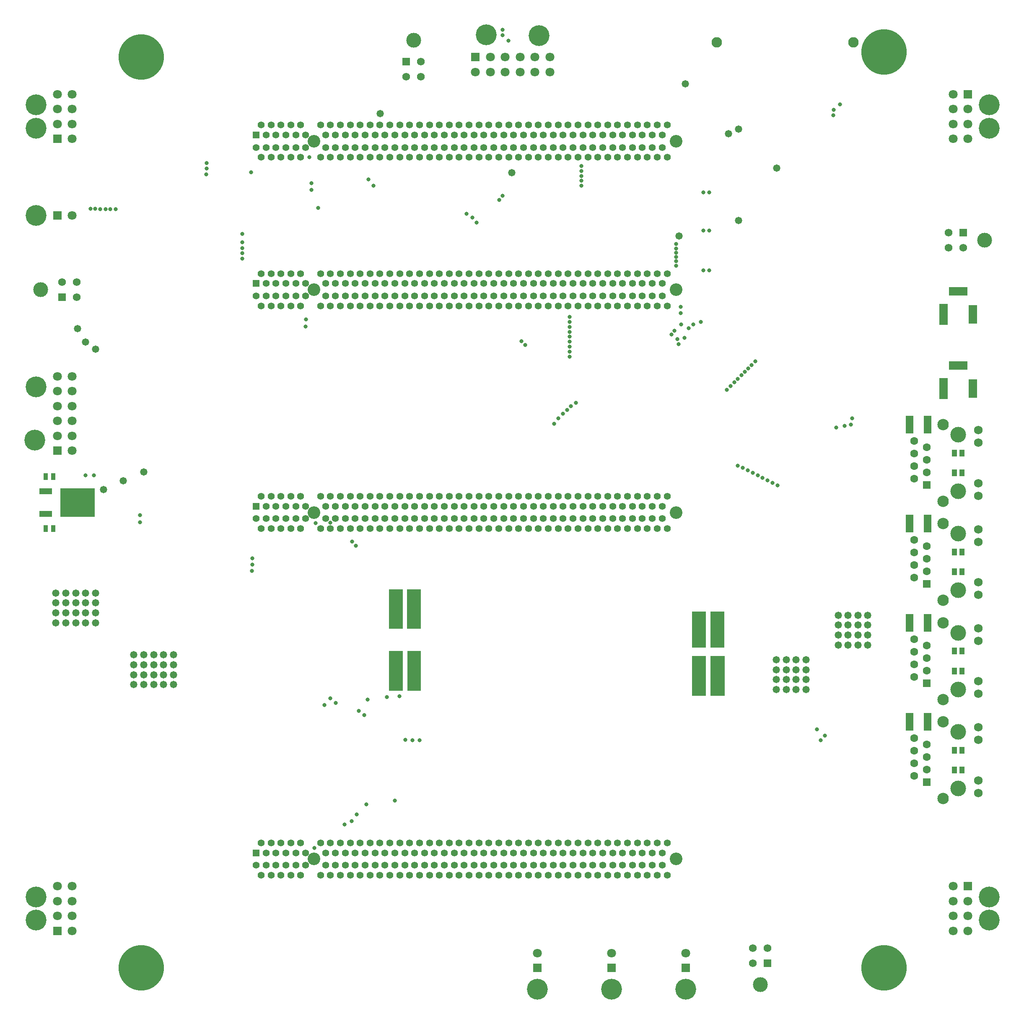
<source format=gbs>
G04*
G04 #@! TF.GenerationSoftware,Altium Limited,Altium Designer,21.3.2 (30)*
G04*
G04 Layer_Color=16711935*
%FSLAX25Y25*%
%MOIN*%
G70*
G04*
G04 #@! TF.SameCoordinates,467638F3-B4FA-417D-9A7E-59FD0AE83611*
G04*
G04*
G04 #@! TF.FilePolarity,Negative*
G04*
G01*
G75*
%ADD17C,0.05556*%
%ADD18C,0.10052*%
%ADD19R,0.05556X0.05556*%
%ADD20C,0.08280*%
%ADD21C,0.16548*%
%ADD22C,0.07099*%
%ADD23R,0.07099X0.07099*%
%ADD24C,0.06181*%
%ADD25R,0.06181X0.06181*%
%ADD26C,0.11811*%
%ADD27R,0.06181X0.06181*%
%ADD28R,0.14580X0.06706*%
%ADD29R,0.06706X0.14580*%
%ADD30R,0.06706X0.16548*%
%ADD31R,0.07099X0.07099*%
%ADD32C,0.12414*%
%ADD33C,0.09068*%
%ADD34C,0.06312*%
%ADD35R,0.06312X0.06312*%
%ADD36C,0.06902*%
%ADD37C,0.03300*%
%ADD38C,0.05800*%
%ADD39C,0.36233*%
%ADD64R,0.03740X0.05315*%
%ADD68R,0.03950X0.05721*%
%ADD69R,0.06312X0.14186*%
%ADD70R,0.27572X0.22650*%
%ADD71R,0.10249X0.04737*%
G36*
X306496Y251969D02*
X295276D01*
Y283465D01*
X306496D01*
Y251969D01*
D02*
G37*
G36*
X320866D02*
X310039D01*
Y283465D01*
X320866D01*
Y251969D01*
D02*
G37*
G36*
Y301181D02*
X309842D01*
Y332677D01*
X320866D01*
Y301181D01*
D02*
G37*
G36*
X306299D02*
X295276D01*
Y332677D01*
X306299D01*
Y301181D01*
D02*
G37*
G36*
X562205Y248031D02*
X550984D01*
Y279528D01*
X562205D01*
Y248031D01*
D02*
G37*
G36*
X547441D02*
X536221D01*
Y279528D01*
X547441D01*
Y248031D01*
D02*
G37*
G36*
X562008Y286417D02*
X550984D01*
Y314961D01*
X562008D01*
Y286417D01*
D02*
G37*
G36*
X547441D02*
X536417D01*
Y314961D01*
X547441D01*
Y286417D01*
D02*
G37*
D17*
X516535Y558071D02*
D03*
Y583661D02*
D03*
X512598Y565945D02*
D03*
Y575787D02*
D03*
X508661Y558071D02*
D03*
X504724Y565945D02*
D03*
X508661Y583661D02*
D03*
X504724Y575787D02*
D03*
X500787Y558071D02*
D03*
X496850Y565945D02*
D03*
X500787Y583661D02*
D03*
X496850Y575787D02*
D03*
X492913Y558071D02*
D03*
X488976Y565945D02*
D03*
X492913Y583661D02*
D03*
X488976Y575787D02*
D03*
X485039Y558071D02*
D03*
X481102Y565945D02*
D03*
X485039Y583661D02*
D03*
X481102Y575787D02*
D03*
X477165Y558071D02*
D03*
Y583661D02*
D03*
X473228Y565945D02*
D03*
Y575787D02*
D03*
X469291Y558071D02*
D03*
X465354Y565945D02*
D03*
X469291Y583661D02*
D03*
X465354Y575787D02*
D03*
X461417Y558071D02*
D03*
X457480Y565945D02*
D03*
X461417Y583661D02*
D03*
X457480Y575787D02*
D03*
X453543Y558071D02*
D03*
X449606Y565945D02*
D03*
X453543Y583661D02*
D03*
X449606Y575787D02*
D03*
X445669Y558071D02*
D03*
X441732Y565945D02*
D03*
X445669Y583661D02*
D03*
X441732Y575787D02*
D03*
X437795Y558071D02*
D03*
Y583661D02*
D03*
X433858Y565945D02*
D03*
Y575787D02*
D03*
X429921Y558071D02*
D03*
X425984Y565945D02*
D03*
X429921Y583661D02*
D03*
X425984Y575787D02*
D03*
X422047Y558071D02*
D03*
X418110Y565945D02*
D03*
X422047Y583661D02*
D03*
X418110Y575787D02*
D03*
X414173Y558071D02*
D03*
X410236Y565945D02*
D03*
X414173Y583661D02*
D03*
X410236Y575787D02*
D03*
X406299Y558071D02*
D03*
X402362Y565945D02*
D03*
X406299Y583661D02*
D03*
X402362Y575787D02*
D03*
X398425Y558071D02*
D03*
Y583661D02*
D03*
X394488Y565945D02*
D03*
Y575787D02*
D03*
X390551Y558071D02*
D03*
X386614Y565945D02*
D03*
X390551Y583661D02*
D03*
X386614Y575787D02*
D03*
X382677Y558071D02*
D03*
X378740Y565945D02*
D03*
Y575787D02*
D03*
X374803Y558071D02*
D03*
X370866Y565945D02*
D03*
X374803Y583661D02*
D03*
X370866Y575787D02*
D03*
X366929Y558071D02*
D03*
X362992Y565945D02*
D03*
X366929Y583661D02*
D03*
X362992Y575787D02*
D03*
X359055Y558071D02*
D03*
Y583661D02*
D03*
X355118Y565945D02*
D03*
Y575787D02*
D03*
X351181Y558071D02*
D03*
X347244Y565945D02*
D03*
X351181Y583661D02*
D03*
X347244Y575787D02*
D03*
X343307Y558071D02*
D03*
X339370Y565945D02*
D03*
X343307Y583661D02*
D03*
X339370Y575787D02*
D03*
X335433Y558071D02*
D03*
X331496Y565945D02*
D03*
X335433Y583661D02*
D03*
X331496Y575787D02*
D03*
X327559Y558071D02*
D03*
X323622Y565945D02*
D03*
X327559Y583661D02*
D03*
X323622Y575787D02*
D03*
X319685Y558071D02*
D03*
Y583661D02*
D03*
X315748Y565945D02*
D03*
Y575787D02*
D03*
X311811Y558071D02*
D03*
X307874Y565945D02*
D03*
X311811Y583661D02*
D03*
X307874Y575787D02*
D03*
X303937Y558071D02*
D03*
X300000Y565945D02*
D03*
X303937Y583661D02*
D03*
X300000Y575787D02*
D03*
X296063Y558071D02*
D03*
X292126Y565945D02*
D03*
X296063Y583661D02*
D03*
X292126Y575787D02*
D03*
X288189Y558071D02*
D03*
X284252Y565945D02*
D03*
X288189Y583661D02*
D03*
X284252Y575787D02*
D03*
X280315Y558071D02*
D03*
Y583661D02*
D03*
X276378Y565945D02*
D03*
Y575787D02*
D03*
X272441Y558071D02*
D03*
X268504Y565945D02*
D03*
X272441Y583661D02*
D03*
X268504Y575787D02*
D03*
X264567Y558071D02*
D03*
X260630Y565945D02*
D03*
X264567Y583661D02*
D03*
X260630Y575787D02*
D03*
X256693Y558071D02*
D03*
X252756Y565945D02*
D03*
X256693Y583661D02*
D03*
X252756Y575787D02*
D03*
X248819Y558071D02*
D03*
X244882Y565945D02*
D03*
X248819Y583661D02*
D03*
X244882Y575787D02*
D03*
X240945Y558071D02*
D03*
Y583661D02*
D03*
X229134Y565945D02*
D03*
Y575787D02*
D03*
X225197Y558071D02*
D03*
X221260Y565945D02*
D03*
X225197Y583661D02*
D03*
X221260Y575787D02*
D03*
X217323Y558071D02*
D03*
X213386Y565945D02*
D03*
X217323Y583661D02*
D03*
X213386Y575787D02*
D03*
X209449Y558071D02*
D03*
X205512Y565945D02*
D03*
X209449Y583661D02*
D03*
X205512Y575787D02*
D03*
X201575Y558071D02*
D03*
X197638Y565945D02*
D03*
X201575Y583661D02*
D03*
X197638Y575787D02*
D03*
X193701Y558071D02*
D03*
X189764Y565945D02*
D03*
X193701Y583661D02*
D03*
X382677D02*
D03*
X516535Y105315D02*
D03*
Y130905D02*
D03*
X512598Y113189D02*
D03*
Y123031D02*
D03*
X508661Y105315D02*
D03*
X504724Y113189D02*
D03*
X508661Y130905D02*
D03*
X504724Y123031D02*
D03*
X500787Y105315D02*
D03*
X496850Y113189D02*
D03*
X500787Y130905D02*
D03*
X496850Y123031D02*
D03*
X492913Y105315D02*
D03*
X488976Y113189D02*
D03*
X492913Y130905D02*
D03*
X488976Y123031D02*
D03*
X485039Y105315D02*
D03*
X481102Y113189D02*
D03*
X485039Y130905D02*
D03*
X481102Y123031D02*
D03*
X477165Y105315D02*
D03*
Y130905D02*
D03*
X473228Y113189D02*
D03*
Y123031D02*
D03*
X469291Y105315D02*
D03*
X465354Y113189D02*
D03*
X469291Y130905D02*
D03*
X465354Y123031D02*
D03*
X461417Y105315D02*
D03*
X457480Y113189D02*
D03*
X461417Y130905D02*
D03*
X457480Y123031D02*
D03*
X453543Y105315D02*
D03*
X449606Y113189D02*
D03*
X453543Y130905D02*
D03*
X449606Y123031D02*
D03*
X445669Y105315D02*
D03*
X441732Y113189D02*
D03*
X445669Y130905D02*
D03*
X441732Y123031D02*
D03*
X437795Y105315D02*
D03*
Y130905D02*
D03*
X433858Y113189D02*
D03*
Y123031D02*
D03*
X429921Y105315D02*
D03*
X425984Y113189D02*
D03*
X429921Y130905D02*
D03*
X425984Y123031D02*
D03*
X422047Y105315D02*
D03*
X418110Y113189D02*
D03*
X422047Y130905D02*
D03*
X418110Y123031D02*
D03*
X414173Y105315D02*
D03*
X410236Y113189D02*
D03*
X414173Y130905D02*
D03*
X410236Y123031D02*
D03*
X406299Y105315D02*
D03*
X402362Y113189D02*
D03*
X406299Y130905D02*
D03*
X402362Y123031D02*
D03*
X398425Y105315D02*
D03*
Y130905D02*
D03*
X394488Y113189D02*
D03*
Y123031D02*
D03*
X390551Y105315D02*
D03*
X386614Y113189D02*
D03*
X390551Y130905D02*
D03*
X386614Y123031D02*
D03*
X382677Y105315D02*
D03*
X378740Y113189D02*
D03*
Y123031D02*
D03*
X374803Y105315D02*
D03*
X370866Y113189D02*
D03*
X374803Y130905D02*
D03*
X370866Y123031D02*
D03*
X366929Y105315D02*
D03*
X362992Y113189D02*
D03*
X366929Y130905D02*
D03*
X362992Y123031D02*
D03*
X359055Y105315D02*
D03*
Y130905D02*
D03*
X355118Y113189D02*
D03*
Y123031D02*
D03*
X351181Y105315D02*
D03*
X347244Y113189D02*
D03*
X351181Y130905D02*
D03*
X347244Y123031D02*
D03*
X343307Y105315D02*
D03*
X339370Y113189D02*
D03*
X343307Y130905D02*
D03*
X339370Y123031D02*
D03*
X335433Y105315D02*
D03*
X331496Y113189D02*
D03*
X335433Y130905D02*
D03*
X331496Y123031D02*
D03*
X327559Y105315D02*
D03*
X323622Y113189D02*
D03*
X327559Y130905D02*
D03*
X323622Y123031D02*
D03*
X319685Y105315D02*
D03*
Y130905D02*
D03*
X315748Y113189D02*
D03*
Y123031D02*
D03*
X311811Y105315D02*
D03*
X307874Y113189D02*
D03*
X311811Y130905D02*
D03*
X307874Y123031D02*
D03*
X303937Y105315D02*
D03*
X300000Y113189D02*
D03*
X303937Y130905D02*
D03*
X300000Y123031D02*
D03*
X296063Y105315D02*
D03*
X292126Y113189D02*
D03*
X296063Y130905D02*
D03*
X292126Y123031D02*
D03*
X288189Y105315D02*
D03*
X284252Y113189D02*
D03*
X288189Y130905D02*
D03*
X284252Y123031D02*
D03*
X280315Y105315D02*
D03*
Y130905D02*
D03*
X276378Y113189D02*
D03*
Y123031D02*
D03*
X272441Y105315D02*
D03*
X268504Y113189D02*
D03*
X272441Y130905D02*
D03*
X268504Y123031D02*
D03*
X264567Y105315D02*
D03*
X260630Y113189D02*
D03*
X264567Y130905D02*
D03*
X260630Y123031D02*
D03*
X256693Y105315D02*
D03*
X252756Y113189D02*
D03*
X256693Y130905D02*
D03*
X252756Y123031D02*
D03*
X248819Y105315D02*
D03*
X244882Y113189D02*
D03*
X248819Y130905D02*
D03*
X244882Y123031D02*
D03*
X240945Y105315D02*
D03*
Y130905D02*
D03*
X229134Y113189D02*
D03*
Y123031D02*
D03*
X225197Y105315D02*
D03*
X221260Y113189D02*
D03*
X225197Y130905D02*
D03*
X221260Y123031D02*
D03*
X217323Y105315D02*
D03*
X213386Y113189D02*
D03*
X217323Y130905D02*
D03*
X213386Y123031D02*
D03*
X209449Y105315D02*
D03*
X205512Y113189D02*
D03*
X209449Y130905D02*
D03*
X205512Y123031D02*
D03*
X201575Y105315D02*
D03*
X197638Y113189D02*
D03*
X201575Y130905D02*
D03*
X197638Y123031D02*
D03*
X193701Y105315D02*
D03*
X189764Y113189D02*
D03*
X193701Y130905D02*
D03*
X382677D02*
D03*
X516535Y676181D02*
D03*
Y701772D02*
D03*
X512598Y684055D02*
D03*
Y693898D02*
D03*
X508661Y676181D02*
D03*
X504724Y684055D02*
D03*
X508661Y701772D02*
D03*
X504724Y693898D02*
D03*
X500787Y676181D02*
D03*
X496850Y684055D02*
D03*
X500787Y701772D02*
D03*
X496850Y693898D02*
D03*
X492913Y676181D02*
D03*
X488976Y684055D02*
D03*
X492913Y701772D02*
D03*
X488976Y693898D02*
D03*
X485039Y676181D02*
D03*
X481102Y684055D02*
D03*
X485039Y701772D02*
D03*
X481102Y693898D02*
D03*
X477165Y676181D02*
D03*
Y701772D02*
D03*
X473228Y684055D02*
D03*
Y693898D02*
D03*
X469291Y676181D02*
D03*
X465354Y684055D02*
D03*
X469291Y701772D02*
D03*
X465354Y693898D02*
D03*
X461417Y676181D02*
D03*
X457480Y684055D02*
D03*
X461417Y701772D02*
D03*
X457480Y693898D02*
D03*
X453543Y676181D02*
D03*
X449606Y684055D02*
D03*
X453543Y701772D02*
D03*
X449606Y693898D02*
D03*
X445669Y676181D02*
D03*
X441732Y684055D02*
D03*
X445669Y701772D02*
D03*
X441732Y693898D02*
D03*
X437795Y676181D02*
D03*
Y701772D02*
D03*
X433858Y684055D02*
D03*
Y693898D02*
D03*
X429921Y676181D02*
D03*
X425984Y684055D02*
D03*
X429921Y701772D02*
D03*
X425984Y693898D02*
D03*
X422047Y676181D02*
D03*
X418110Y684055D02*
D03*
X422047Y701772D02*
D03*
X418110Y693898D02*
D03*
X414173Y676181D02*
D03*
X410236Y684055D02*
D03*
X414173Y701772D02*
D03*
X410236Y693898D02*
D03*
X406299Y676181D02*
D03*
X402362Y684055D02*
D03*
X406299Y701772D02*
D03*
X402362Y693898D02*
D03*
X398425Y676181D02*
D03*
Y701772D02*
D03*
X394488Y684055D02*
D03*
Y693898D02*
D03*
X390551Y676181D02*
D03*
X386614Y684055D02*
D03*
X390551Y701772D02*
D03*
X386614Y693898D02*
D03*
X382677Y676181D02*
D03*
X378740Y684055D02*
D03*
Y693898D02*
D03*
X374803Y676181D02*
D03*
X370866Y684055D02*
D03*
X374803Y701772D02*
D03*
X370866Y693898D02*
D03*
X366929Y676181D02*
D03*
X362992Y684055D02*
D03*
X366929Y701772D02*
D03*
X362992Y693898D02*
D03*
X359055Y676181D02*
D03*
Y701772D02*
D03*
X355118Y684055D02*
D03*
Y693898D02*
D03*
X351181Y676181D02*
D03*
X347244Y684055D02*
D03*
X351181Y701772D02*
D03*
X347244Y693898D02*
D03*
X343307Y676181D02*
D03*
X339370Y684055D02*
D03*
X343307Y701772D02*
D03*
X339370Y693898D02*
D03*
X335433Y676181D02*
D03*
X331496Y684055D02*
D03*
X335433Y701772D02*
D03*
X331496Y693898D02*
D03*
X327559Y676181D02*
D03*
X323622Y684055D02*
D03*
X327559Y701772D02*
D03*
X323622Y693898D02*
D03*
X319685Y676181D02*
D03*
Y701772D02*
D03*
X315748Y684055D02*
D03*
Y693898D02*
D03*
X311811Y676181D02*
D03*
X307874Y684055D02*
D03*
X311811Y701772D02*
D03*
X307874Y693898D02*
D03*
X303937Y676181D02*
D03*
X300000Y684055D02*
D03*
X303937Y701772D02*
D03*
X300000Y693898D02*
D03*
X296063Y676181D02*
D03*
X292126Y684055D02*
D03*
X296063Y701772D02*
D03*
X292126Y693898D02*
D03*
X288189Y676181D02*
D03*
X284252Y684055D02*
D03*
X288189Y701772D02*
D03*
X284252Y693898D02*
D03*
X280315Y676181D02*
D03*
Y701772D02*
D03*
X276378Y684055D02*
D03*
Y693898D02*
D03*
X272441Y676181D02*
D03*
X268504Y684055D02*
D03*
X272441Y701772D02*
D03*
X268504Y693898D02*
D03*
X264567Y676181D02*
D03*
X260630Y684055D02*
D03*
X264567Y701772D02*
D03*
X260630Y693898D02*
D03*
X256693Y676181D02*
D03*
X252756Y684055D02*
D03*
X256693Y701772D02*
D03*
X252756Y693898D02*
D03*
X248819Y676181D02*
D03*
X244882Y684055D02*
D03*
X248819Y701772D02*
D03*
X244882Y693898D02*
D03*
X240945Y676181D02*
D03*
Y701772D02*
D03*
X229134Y684055D02*
D03*
Y693898D02*
D03*
X225197Y676181D02*
D03*
X221260Y684055D02*
D03*
X225197Y701772D02*
D03*
X221260Y693898D02*
D03*
X217323Y676181D02*
D03*
X213386Y684055D02*
D03*
X217323Y701772D02*
D03*
X213386Y693898D02*
D03*
X209449Y676181D02*
D03*
X205512Y684055D02*
D03*
X209449Y701772D02*
D03*
X205512Y693898D02*
D03*
X201575Y676181D02*
D03*
X197638Y684055D02*
D03*
X201575Y701772D02*
D03*
X197638Y693898D02*
D03*
X193701Y676181D02*
D03*
X189764Y684055D02*
D03*
X193701Y701772D02*
D03*
X382677D02*
D03*
X516535Y380906D02*
D03*
Y406496D02*
D03*
X512598Y388779D02*
D03*
Y398622D02*
D03*
X508661Y380906D02*
D03*
X504724Y388779D02*
D03*
X508661Y406496D02*
D03*
X504724Y398622D02*
D03*
X500787Y380906D02*
D03*
X496850Y388779D02*
D03*
X500787Y406496D02*
D03*
X496850Y398622D02*
D03*
X492913Y380906D02*
D03*
X488976Y388779D02*
D03*
X492913Y406496D02*
D03*
X488976Y398622D02*
D03*
X485039Y380906D02*
D03*
X481102Y388779D02*
D03*
X485039Y406496D02*
D03*
X481102Y398622D02*
D03*
X477165Y380906D02*
D03*
Y406496D02*
D03*
X473228Y388779D02*
D03*
Y398622D02*
D03*
X469291Y380906D02*
D03*
X465354Y388779D02*
D03*
X469291Y406496D02*
D03*
X465354Y398622D02*
D03*
X461417Y380906D02*
D03*
X457480Y388779D02*
D03*
X461417Y406496D02*
D03*
X457480Y398622D02*
D03*
X453543Y380906D02*
D03*
X449606Y388779D02*
D03*
X453543Y406496D02*
D03*
X449606Y398622D02*
D03*
X445669Y380906D02*
D03*
X441732Y388779D02*
D03*
X445669Y406496D02*
D03*
X441732Y398622D02*
D03*
X437795Y380906D02*
D03*
Y406496D02*
D03*
X433858Y388779D02*
D03*
Y398622D02*
D03*
X429921Y380906D02*
D03*
X425984Y388779D02*
D03*
X429921Y406496D02*
D03*
X425984Y398622D02*
D03*
X422047Y380906D02*
D03*
X418110Y388779D02*
D03*
X422047Y406496D02*
D03*
X418110Y398622D02*
D03*
X414173Y380906D02*
D03*
X410236Y388779D02*
D03*
X414173Y406496D02*
D03*
X410236Y398622D02*
D03*
X406299Y380906D02*
D03*
X402362Y388779D02*
D03*
X406299Y406496D02*
D03*
X402362Y398622D02*
D03*
X398425Y380906D02*
D03*
Y406496D02*
D03*
X394488Y388779D02*
D03*
Y398622D02*
D03*
X390551Y380906D02*
D03*
X386614Y388779D02*
D03*
X390551Y406496D02*
D03*
X386614Y398622D02*
D03*
X382677Y380906D02*
D03*
X378740Y388779D02*
D03*
Y398622D02*
D03*
X374803Y380906D02*
D03*
X370866Y388779D02*
D03*
X374803Y406496D02*
D03*
X370866Y398622D02*
D03*
X366929Y380906D02*
D03*
X362992Y388779D02*
D03*
X366929Y406496D02*
D03*
X362992Y398622D02*
D03*
X359055Y380906D02*
D03*
Y406496D02*
D03*
X355118Y388779D02*
D03*
Y398622D02*
D03*
X351181Y380906D02*
D03*
X347244Y388779D02*
D03*
X351181Y406496D02*
D03*
X347244Y398622D02*
D03*
X343307Y380906D02*
D03*
X339370Y388779D02*
D03*
X343307Y406496D02*
D03*
X339370Y398622D02*
D03*
X335433Y380906D02*
D03*
X331496Y388779D02*
D03*
X335433Y406496D02*
D03*
X331496Y398622D02*
D03*
X327559Y380906D02*
D03*
X323622Y388779D02*
D03*
X327559Y406496D02*
D03*
X323622Y398622D02*
D03*
X319685Y380906D02*
D03*
Y406496D02*
D03*
X315748Y388779D02*
D03*
Y398622D02*
D03*
X311811Y380906D02*
D03*
X307874Y388779D02*
D03*
X311811Y406496D02*
D03*
X307874Y398622D02*
D03*
X303937Y380906D02*
D03*
X300000Y388779D02*
D03*
X303937Y406496D02*
D03*
X300000Y398622D02*
D03*
X296063Y380906D02*
D03*
X292126Y388779D02*
D03*
X296063Y406496D02*
D03*
X292126Y398622D02*
D03*
X288189Y380906D02*
D03*
X284252Y388779D02*
D03*
X288189Y406496D02*
D03*
X284252Y398622D02*
D03*
X280315Y380906D02*
D03*
Y406496D02*
D03*
X276378Y388779D02*
D03*
Y398622D02*
D03*
X272441Y380906D02*
D03*
X268504Y388779D02*
D03*
X272441Y406496D02*
D03*
X268504Y398622D02*
D03*
X264567Y380906D02*
D03*
X260630Y388779D02*
D03*
X264567Y406496D02*
D03*
X260630Y398622D02*
D03*
X256693Y380906D02*
D03*
X252756Y388779D02*
D03*
X256693Y406496D02*
D03*
X252756Y398622D02*
D03*
X248819Y380906D02*
D03*
X244882Y388779D02*
D03*
X248819Y406496D02*
D03*
X244882Y398622D02*
D03*
X240945Y380906D02*
D03*
Y406496D02*
D03*
X229134Y388779D02*
D03*
Y398622D02*
D03*
X225197Y380906D02*
D03*
X221260Y388779D02*
D03*
X225197Y406496D02*
D03*
X221260Y398622D02*
D03*
X217323Y380906D02*
D03*
X213386Y388779D02*
D03*
X217323Y406496D02*
D03*
X213386Y398622D02*
D03*
X209449Y380906D02*
D03*
X205512Y388779D02*
D03*
X209449Y406496D02*
D03*
X205512Y398622D02*
D03*
X201575Y380906D02*
D03*
X197638Y388779D02*
D03*
X201575Y406496D02*
D03*
X197638Y398622D02*
D03*
X193701Y380906D02*
D03*
X189764Y388779D02*
D03*
X193701Y406496D02*
D03*
X382677D02*
D03*
D18*
X523622Y570866D02*
D03*
X235630D02*
D03*
X523622Y118110D02*
D03*
X235630D02*
D03*
X523622Y688976D02*
D03*
X235630D02*
D03*
X523622Y393701D02*
D03*
X235630D02*
D03*
D19*
X189764Y575787D02*
D03*
Y123031D02*
D03*
Y693898D02*
D03*
Y398622D02*
D03*
D20*
X555905Y767717D02*
D03*
X664567D02*
D03*
D21*
X414764Y772795D02*
D03*
X372638Y773701D02*
D03*
X472441Y14606D02*
D03*
X413386D02*
D03*
X531496D02*
D03*
X14606Y629921D02*
D03*
X772795Y717913D02*
D03*
Y699409D02*
D03*
X14606D02*
D03*
Y717913D02*
D03*
Y493504D02*
D03*
X13701Y451378D02*
D03*
X772795Y87992D02*
D03*
Y69488D02*
D03*
X14606D02*
D03*
Y87992D02*
D03*
D22*
X375984Y743976D02*
D03*
Y755787D02*
D03*
X364173Y743976D02*
D03*
X423228D02*
D03*
Y755787D02*
D03*
X411417Y743976D02*
D03*
X399606D02*
D03*
X387795D02*
D03*
X411417Y755787D02*
D03*
X399606D02*
D03*
X387795D02*
D03*
X472441Y43425D02*
D03*
X413386D02*
D03*
X531496D02*
D03*
X43425Y629921D02*
D03*
X755787Y714567D02*
D03*
Y702756D02*
D03*
Y690945D02*
D03*
X743976Y726378D02*
D03*
Y714567D02*
D03*
Y702756D02*
D03*
Y690945D02*
D03*
X31614Y702756D02*
D03*
Y714567D02*
D03*
Y726378D02*
D03*
X43425Y690945D02*
D03*
Y702756D02*
D03*
Y714567D02*
D03*
Y726378D02*
D03*
Y454724D02*
D03*
X31614D02*
D03*
X43425Y442913D02*
D03*
Y501968D02*
D03*
X31614D02*
D03*
X43425Y490158D02*
D03*
Y478346D02*
D03*
Y466535D02*
D03*
X31614Y490158D02*
D03*
Y478346D02*
D03*
Y466535D02*
D03*
X755787Y84646D02*
D03*
Y72835D02*
D03*
Y61024D02*
D03*
X743976Y96457D02*
D03*
Y84646D02*
D03*
Y72835D02*
D03*
Y61024D02*
D03*
X31614Y72835D02*
D03*
Y84646D02*
D03*
Y96457D02*
D03*
X43425Y61024D02*
D03*
Y72835D02*
D03*
Y84646D02*
D03*
Y96457D02*
D03*
D23*
X364173Y755787D02*
D03*
X472441Y31614D02*
D03*
X413386D02*
D03*
X531496D02*
D03*
D24*
X584646Y47106D02*
D03*
X596457D02*
D03*
X584646Y35295D02*
D03*
X47106Y576772D02*
D03*
Y564961D02*
D03*
X35295Y576772D02*
D03*
X740295Y604331D02*
D03*
Y616142D02*
D03*
X752106Y604331D02*
D03*
X320866Y740295D02*
D03*
X309055D02*
D03*
X320866Y752106D02*
D03*
D25*
X596457Y35295D02*
D03*
X309055Y752106D02*
D03*
D26*
X590551Y18287D02*
D03*
X18287Y570866D02*
D03*
X769114Y610236D02*
D03*
X314961Y769114D02*
D03*
D27*
X35295Y564961D02*
D03*
X752106Y616142D02*
D03*
D28*
X748032Y569685D02*
D03*
X748032Y510630D02*
D03*
D29*
X759843Y551181D02*
D03*
X759842Y492126D02*
D03*
D30*
X736221Y551181D02*
D03*
X736221Y492126D02*
D03*
D31*
X31614Y629921D02*
D03*
X755787Y726378D02*
D03*
X31614Y690945D02*
D03*
Y442913D02*
D03*
X755787Y96457D02*
D03*
X31614Y61024D02*
D03*
D32*
X748031Y298091D02*
D03*
Y253091D02*
D03*
X748032Y455571D02*
D03*
Y410571D02*
D03*
X748031Y219350D02*
D03*
Y174350D02*
D03*
X748032Y376831D02*
D03*
Y331831D02*
D03*
D33*
X736024Y245098D02*
D03*
Y306083D02*
D03*
X736024Y402579D02*
D03*
Y463563D02*
D03*
X736024Y166358D02*
D03*
Y227343D02*
D03*
X736024Y323839D02*
D03*
Y384823D02*
D03*
D34*
X713031Y263090D02*
D03*
Y273091D02*
D03*
Y283090D02*
D03*
Y293091D02*
D03*
X723031Y288090D02*
D03*
Y278091D02*
D03*
Y268091D02*
D03*
X713031Y420571D02*
D03*
Y430571D02*
D03*
Y440571D02*
D03*
Y450571D02*
D03*
X723032Y445571D02*
D03*
Y435571D02*
D03*
Y425571D02*
D03*
X713031Y184350D02*
D03*
Y194350D02*
D03*
Y204350D02*
D03*
Y214350D02*
D03*
X723031Y209350D02*
D03*
Y199350D02*
D03*
Y189350D02*
D03*
X713031Y341831D02*
D03*
Y351831D02*
D03*
Y361831D02*
D03*
Y371831D02*
D03*
X723032Y366831D02*
D03*
Y356831D02*
D03*
Y346831D02*
D03*
D35*
X723031Y258090D02*
D03*
X723032Y415571D02*
D03*
X723031Y179350D02*
D03*
X723032Y336831D02*
D03*
D36*
X764016Y259508D02*
D03*
Y249508D02*
D03*
Y301673D02*
D03*
Y291673D02*
D03*
X764016Y416988D02*
D03*
Y406988D02*
D03*
Y459154D02*
D03*
Y449154D02*
D03*
X764016Y180768D02*
D03*
Y170768D02*
D03*
Y222933D02*
D03*
Y212933D02*
D03*
X764016Y338248D02*
D03*
Y328248D02*
D03*
Y380413D02*
D03*
Y370413D02*
D03*
D37*
X520079Y535236D02*
D03*
X533661Y540158D02*
D03*
X543430Y545201D02*
D03*
X278346Y244882D02*
D03*
X265551Y148228D02*
D03*
X236024Y126969D02*
D03*
X390354Y768898D02*
D03*
X283071Y653740D02*
D03*
X278937Y658465D02*
D03*
X239173Y635827D02*
D03*
X185827Y664370D02*
D03*
X237008Y385433D02*
D03*
X248819Y385630D02*
D03*
X269094Y367126D02*
D03*
X228937Y541732D02*
D03*
X400787Y529943D02*
D03*
X653937Y718110D02*
D03*
X662598Y463583D02*
D03*
X233858Y650197D02*
D03*
X448228Y661417D02*
D03*
X530512Y532480D02*
D03*
X524606Y531496D02*
D03*
X525591Y527559D02*
D03*
X522244Y538189D02*
D03*
X586614Y513779D02*
D03*
X583661Y511024D02*
D03*
X581102Y508268D02*
D03*
X578346Y505709D02*
D03*
X575591Y502953D02*
D03*
X572835Y500000D02*
D03*
X570079Y497244D02*
D03*
X567126Y494291D02*
D03*
X563976Y491142D02*
D03*
X243898Y240748D02*
D03*
X572835Y431102D02*
D03*
X576772Y429134D02*
D03*
X580709Y427165D02*
D03*
X584646Y425197D02*
D03*
X588583Y423228D02*
D03*
X592520Y421260D02*
D03*
X596457Y419291D02*
D03*
X604331Y415354D02*
D03*
X600394Y417323D02*
D03*
X537402Y543307D02*
D03*
X527559D02*
D03*
X438976Y541339D02*
D03*
Y545276D02*
D03*
Y549213D02*
D03*
Y537402D02*
D03*
Y533465D02*
D03*
Y529528D02*
D03*
Y525591D02*
D03*
Y521654D02*
D03*
Y517717D02*
D03*
X527362Y552362D02*
D03*
Y557283D02*
D03*
X403543Y526968D02*
D03*
X97441Y385827D02*
D03*
X97244Y391535D02*
D03*
X53937Y423425D02*
D03*
X60630Y423228D02*
D03*
X648819Y709449D02*
D03*
X448228Y665354D02*
D03*
X649016Y713976D02*
D03*
X448228Y669291D02*
D03*
X365158Y624409D02*
D03*
X361811Y628150D02*
D03*
X356890Y631299D02*
D03*
X150197Y662598D02*
D03*
X150394Y667323D02*
D03*
Y671654D02*
D03*
X448228Y657480D02*
D03*
X78150Y634842D02*
D03*
X73819D02*
D03*
X69882Y635039D02*
D03*
X65748D02*
D03*
X61811Y635236D02*
D03*
X58071D02*
D03*
X635827Y221260D02*
D03*
X638779Y212598D02*
D03*
X657677Y462598D02*
D03*
X650984Y461417D02*
D03*
X663583Y468504D02*
D03*
X319685Y212598D02*
D03*
X313976D02*
D03*
X308268Y212795D02*
D03*
X642126Y216339D02*
D03*
X186417Y347244D02*
D03*
X186614Y352165D02*
D03*
Y357283D02*
D03*
X385827Y777559D02*
D03*
X385630Y773228D02*
D03*
X266142Y370472D02*
D03*
X277362Y161614D02*
D03*
X300197Y164567D02*
D03*
X293701Y246850D02*
D03*
X303740Y247441D02*
D03*
X385827Y645669D02*
D03*
X448228Y653543D02*
D03*
X550197Y648228D02*
D03*
X545472D02*
D03*
Y617913D02*
D03*
X550197D02*
D03*
X545472Y586417D02*
D03*
X550197D02*
D03*
X382874Y642323D02*
D03*
X178543Y595472D02*
D03*
Y599803D02*
D03*
Y603937D02*
D03*
Y608465D02*
D03*
Y615354D02*
D03*
X248819Y245866D02*
D03*
X275590Y232677D02*
D03*
X252953Y242126D02*
D03*
X271260Y235827D02*
D03*
X229331Y547244D02*
D03*
X426575Y464173D02*
D03*
X430118Y468701D02*
D03*
X433858Y472244D02*
D03*
X437008Y475394D02*
D03*
X440158Y478346D02*
D03*
X444095Y481102D02*
D03*
X269685Y153543D02*
D03*
X260007Y145472D02*
D03*
X233661Y655709D02*
D03*
X231890Y676181D02*
D03*
X523622Y589961D02*
D03*
Y593504D02*
D03*
Y596850D02*
D03*
Y600197D02*
D03*
Y603740D02*
D03*
Y607283D02*
D03*
D38*
X573425Y698622D02*
D03*
X565354Y695079D02*
D03*
X393110Y663976D02*
D03*
X288386Y711024D02*
D03*
X525984Y613583D02*
D03*
X531102Y734646D02*
D03*
X573425Y625984D02*
D03*
X603740Y667717D02*
D03*
X676181Y288386D02*
D03*
X668307D02*
D03*
X660433D02*
D03*
X652559D02*
D03*
X676181Y296260D02*
D03*
X668307D02*
D03*
X660433D02*
D03*
X652559D02*
D03*
X676181Y304134D02*
D03*
X668307D02*
D03*
X660433D02*
D03*
X652559D02*
D03*
X676181Y312008D02*
D03*
X668307D02*
D03*
X660433D02*
D03*
X652559D02*
D03*
X626968Y252953D02*
D03*
X619095D02*
D03*
X611221D02*
D03*
X603346D02*
D03*
X626968Y260827D02*
D03*
X619095D02*
D03*
X611221D02*
D03*
X603346D02*
D03*
X626968Y268701D02*
D03*
X619095D02*
D03*
X611221D02*
D03*
X603346D02*
D03*
X626968Y276575D02*
D03*
X619095D02*
D03*
X611221D02*
D03*
X603346D02*
D03*
X92520Y280512D02*
D03*
X100394D02*
D03*
X108268D02*
D03*
X116142D02*
D03*
X124016D02*
D03*
X92520Y272638D02*
D03*
X100394D02*
D03*
X108268D02*
D03*
X116142D02*
D03*
X124016D02*
D03*
X92520Y264764D02*
D03*
X100394D02*
D03*
X108268D02*
D03*
X116142D02*
D03*
X124016D02*
D03*
X92520Y256890D02*
D03*
X100394D02*
D03*
X108268D02*
D03*
X116142D02*
D03*
X124016D02*
D03*
X62008Y306102D02*
D03*
X54134D02*
D03*
X46260D02*
D03*
X38386D02*
D03*
X30512D02*
D03*
X62008Y313976D02*
D03*
X54134D02*
D03*
X46260D02*
D03*
X38386D02*
D03*
X30512D02*
D03*
X62008Y321850D02*
D03*
X54134D02*
D03*
X46260D02*
D03*
X38386D02*
D03*
X30512D02*
D03*
X62008Y329724D02*
D03*
X54134D02*
D03*
X46260D02*
D03*
X38386D02*
D03*
X30512D02*
D03*
X62008Y523622D02*
D03*
X53937Y529134D02*
D03*
X47638Y539961D02*
D03*
X100394Y425984D02*
D03*
X84055Y419095D02*
D03*
X68307Y411811D02*
D03*
D39*
X688976Y31496D02*
D03*
X98425D02*
D03*
X688976Y759842D02*
D03*
X98425Y755905D02*
D03*
D64*
X22441Y380906D02*
D03*
X28346D02*
D03*
X22441Y422244D02*
D03*
X28346D02*
D03*
D68*
X744882Y188976D02*
D03*
X751181D02*
D03*
X744882Y204724D02*
D03*
X751181D02*
D03*
X744882Y267717D02*
D03*
X751181D02*
D03*
X744882Y283465D02*
D03*
X751181D02*
D03*
X744882Y346457D02*
D03*
X751181D02*
D03*
X744882Y362205D02*
D03*
X751181D02*
D03*
X744882Y440945D02*
D03*
X751181D02*
D03*
X744882Y425197D02*
D03*
X751181D02*
D03*
D69*
X723819Y227362D02*
D03*
X709252D02*
D03*
X723819Y306102D02*
D03*
X709252D02*
D03*
X723819Y384842D02*
D03*
X709252D02*
D03*
X723819Y463583D02*
D03*
X709252D02*
D03*
D70*
X47638Y401575D02*
D03*
D71*
X22441Y410551D02*
D03*
Y392598D02*
D03*
M02*

</source>
